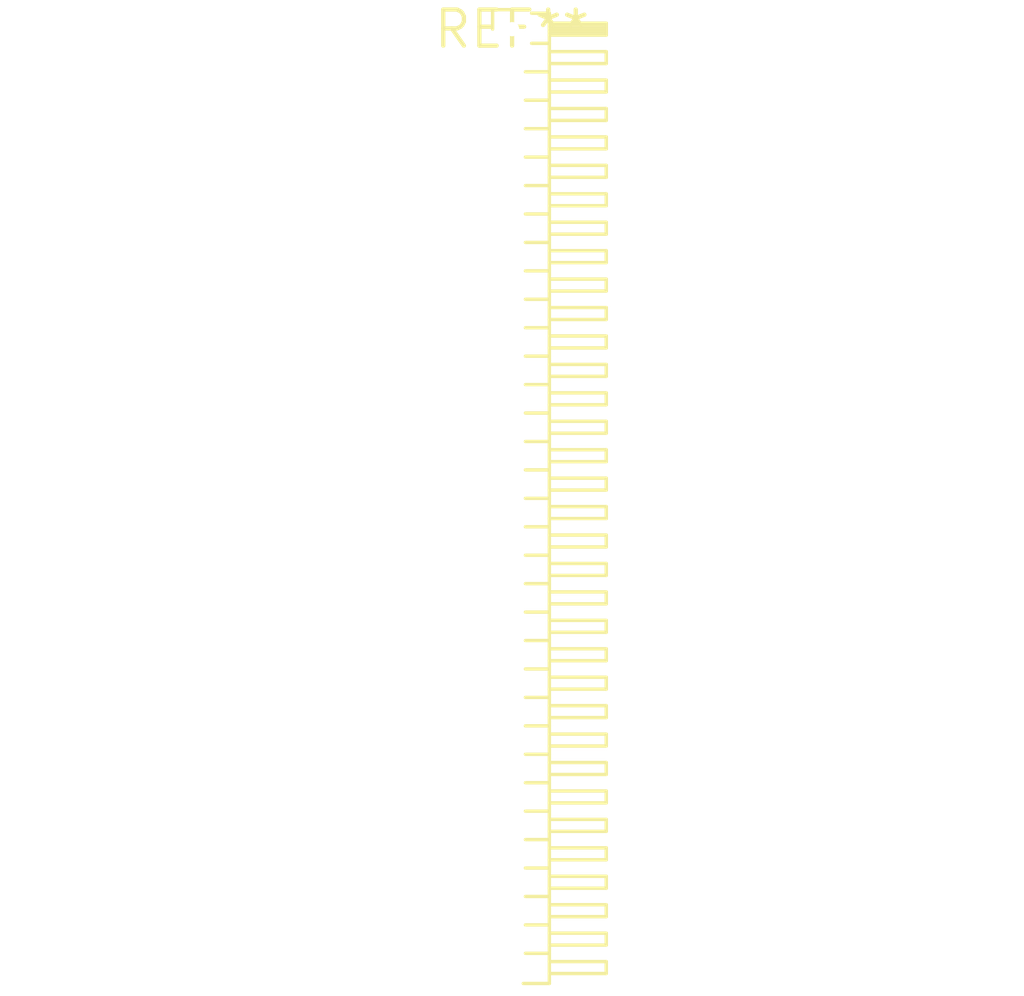
<source format=kicad_pcb>
(kicad_pcb (version 20240108) (generator pcbnew)
  (layers (0 "F.Cu" signal) (31 "B.Cu" signal) (34 "B.Paste" user) (35 "F.Paste" user) (36 "B.SilkS" user "B.Silkscreen") (37 "F.SilkS" user "F.Silkscreen") (38 "B.Mask" user) (39 "F.Mask" user) (44 "Edge.Cuts" user))
  (net 0 "")
  (footprint "PinHeader_1x34_P1.00mm_Horizontal" (layer "F.Cu") (at 0 0)
    (property "Reference" "REF**")
    (property "Value" "PinHeader_1x34_P1.00mm_Horizontal")
    (fp_line (start -0.685 -0.685) (end 0 -0.685) (layer "F.SilkS") (stroke (width 0.12)))
    (fp_line (start -0.685 0) (end -0.685 -0.685) (layer "F.SilkS") (stroke (width 0.12)))
    (fp_line (start 0.468215 1.5) (end 1.31 1.5) (layer "F.SilkS") (stroke (width 0.12)))
    (fp_line (start 0.468215 2.5) (end 1.31 2.5) (layer "F.SilkS") (stroke (width 0.12)))
    (fp_line (start 0.468215 3.5) (end 1.31 3.5) (layer "F.SilkS") (stroke (width 0.12)))
    (fp_line (start 0.468215 4.5) (end 1.31 4.5) (layer "F.SilkS") (stroke (width 0.12)))
    (fp_line (start 0.468215 5.5) (end 1.31 5.5) (layer "F.SilkS") (stroke (width 0.12)))
    (fp_line (start 0.468215 6.5) (end 1.31 6.5) (layer "F.SilkS") (stroke (width 0.12)))
    (fp_line (start 0.468215 7.5) (end 1.31 7.5) (layer "F.SilkS") (stroke (width 0.12)))
    (fp_line (start 0.468215 8.5) (end 1.31 8.5) (layer "F.SilkS") (stroke (width 0.12)))
    (fp_line (start 0.468215 9.5) (end 1.31 9.5) (layer "F.SilkS") (stroke (width 0.12)))
    (fp_line (start 0.468215 10.5) (end 1.31 10.5) (layer "F.SilkS") (stroke (width 0.12)))
    (fp_line (start 0.468215 11.5) (end 1.31 11.5) (layer "F.SilkS") (stroke (width 0.12)))
    (fp_line (start 0.468215 12.5) (end 1.31 12.5) (layer "F.SilkS") (stroke (width 0.12)))
    (fp_line (start 0.468215 13.5) (end 1.31 13.5) (layer "F.SilkS") (stroke (width 0.12)))
    (fp_line (start 0.468215 14.5) (end 1.31 14.5) (layer "F.SilkS") (stroke (width 0.12)))
    (fp_line (start 0.468215 15.5) (end 1.31 15.5) (layer "F.SilkS") (stroke (width 0.12)))
    (fp_line (start 0.468215 16.5) (end 1.31 16.5) (layer "F.SilkS") (stroke (width 0.12)))
    (fp_line (start 0.468215 17.5) (end 1.31 17.5) (layer "F.SilkS") (stroke (width 0.12)))
    (fp_line (start 0.468215 18.5) (end 1.31 18.5) (layer "F.SilkS") (stroke (width 0.12)))
    (fp_line (start 0.468215 19.5) (end 1.31 19.5) (layer "F.SilkS") (stroke (width 0.12)))
    (fp_line (start 0.468215 20.5) (end 1.31 20.5) (layer "F.SilkS") (stroke (width 0.12)))
    (fp_line (start 0.468215 21.5) (end 1.31 21.5) (layer "F.SilkS") (stroke (width 0.12)))
    (fp_line (start 0.468215 22.5) (end 1.31 22.5) (layer "F.SilkS") (stroke (width 0.12)))
    (fp_line (start 0.468215 23.5) (end 1.31 23.5) (layer "F.SilkS") (stroke (width 0.12)))
    (fp_line (start 0.468215 24.5) (end 1.31 24.5) (layer "F.SilkS") (stroke (width 0.12)))
    (fp_line (start 0.468215 25.5) (end 1.31 25.5) (layer "F.SilkS") (stroke (width 0.12)))
    (fp_line (start 0.468215 26.5) (end 1.31 26.5) (layer "F.SilkS") (stroke (width 0.12)))
    (fp_line (start 0.468215 27.5) (end 1.31 27.5) (layer "F.SilkS") (stroke (width 0.12)))
    (fp_line (start 0.468215 28.5) (end 1.31 28.5) (layer "F.SilkS") (stroke (width 0.12)))
    (fp_line (start 0.468215 29.5) (end 1.31 29.5) (layer "F.SilkS") (stroke (width 0.12)))
    (fp_line (start 0.468215 30.5) (end 1.31 30.5) (layer "F.SilkS") (stroke (width 0.12)))
    (fp_line (start 0.468215 31.5) (end 1.31 31.5) (layer "F.SilkS") (stroke (width 0.12)))
    (fp_line (start 0.468215 32.5) (end 1.31 32.5) (layer "F.SilkS") (stroke (width 0.12)))
    (fp_line (start 0.685 -0.56) (end 1.31 -0.56) (layer "F.SilkS") (stroke (width 0.12)))
    (fp_line (start 0.685 0.5) (end 1.31 0.5) (layer "F.SilkS") (stroke (width 0.12)))
    (fp_line (start 1.31 -0.56) (end 1.31 33.56) (layer "F.SilkS") (stroke (width 0.12)))
    (fp_line (start 1.31 -0.21) (end 3.31 -0.21) (layer "F.SilkS") (stroke (width 0.12)))
    (fp_line (start 1.31 -0.15) (end 3.31 -0.15) (layer "F.SilkS") (stroke (width 0.12)))
    (fp_line (start 1.31 -0.03) (end 3.31 -0.03) (layer "F.SilkS") (stroke (width 0.12)))
    (fp_line (start 1.31 0.09) (end 3.31 0.09) (layer "F.SilkS") (stroke (width 0.12)))
    (fp_line (start 1.31 0.79) (end 3.31 0.79) (layer "F.SilkS") (stroke (width 0.12)))
    (fp_line (start 1.31 1.79) (end 3.31 1.79) (layer "F.SilkS") (stroke (width 0.12)))
    (fp_line (start 1.31 2.79) (end 3.31 2.79) (layer "F.SilkS") (stroke (width 0.12)))
    (fp_line (start 1.31 3.79) (end 3.31 3.79) (layer "F.SilkS") (stroke (width 0.12)))
    (fp_line (start 1.31 4.79) (end 3.31 4.79) (layer "F.SilkS") (stroke (width 0.12)))
    (fp_line (start 1.31 5.79) (end 3.31 5.79) (layer "F.SilkS") (stroke (width 0.12)))
    (fp_line (start 1.31 6.79) (end 3.31 6.79) (layer "F.SilkS") (stroke (width 0.12)))
    (fp_line (start 1.31 7.79) (end 3.31 7.79) (layer "F.SilkS") (stroke (width 0.12)))
    (fp_line (start 1.31 8.79) (end 3.31 8.79) (layer "F.SilkS") (stroke (width 0.12)))
    (fp_line (start 1.31 9.79) (end 3.31 9.79) (layer "F.SilkS") (stroke (width 0.12)))
    (fp_line (start 1.31 10.79) (end 3.31 10.79) (layer "F.SilkS") (stroke (width 0.12)))
    (fp_line (start 1.31 11.79) (end 3.31 11.79) (layer "F.SilkS") (stroke (width 0.12)))
    (fp_line (start 1.31 12.79) (end 3.31 12.79) (layer "F.SilkS") (stroke (width 0.12)))
    (fp_line (start 1.31 13.79) (end 3.31 13.79) (layer "F.SilkS") (stroke (width 0.12)))
    (fp_line (start 1.31 14.79) (end 3.31 14.79) (layer "F.SilkS") (stroke (width 0.12)))
    (fp_line (start 1.31 15.79) (end 3.31 15.79) (layer "F.SilkS") (stroke (width 0.12)))
    (fp_line (start 1.31 16.79) (end 3.31 16.79) (layer "F.SilkS") (stroke (width 0.12)))
    (fp_line (start 1.31 17.79) (end 3.31 17.79) (layer "F.SilkS") (stroke (width 0.12)))
    (fp_line (start 1.31 18.79) (end 3.31 18.79) (layer "F.SilkS") (stroke (width 0.12)))
    (fp_line (start 1.31 19.79) (end 3.31 19.79) (layer "F.SilkS") (stroke (width 0.12)))
    (fp_line (start 1.31 20.79) (end 3.31 20.79) (layer "F.SilkS") (stroke (width 0.12)))
    (fp_line (start 1.31 21.79) (end 3.31 21.79) (layer "F.SilkS") (stroke (width 0.12)))
    (fp_line (start 1.31 22.79) (end 3.31 22.79) (layer "F.SilkS") (stroke (width 0.12)))
    (fp_line (start 1.31 23.79) (end 3.31 23.79) (layer "F.SilkS") (stroke (width 0.12)))
    (fp_line (start 1.31 24.79) (end 3.31 24.79) (layer "F.SilkS") (stroke (width 0.12)))
    (fp_line (start 1.31 25.79) (end 3.31 25.79) (layer "F.SilkS") (stroke (width 0.12)))
    (fp_line (start 1.31 26.79) (end 3.31 26.79) (layer "F.SilkS") (stroke (width 0.12)))
    (fp_line (start 1.31 27.79) (end 3.31 27.79) (layer "F.SilkS") (stroke (width 0.12)))
    (fp_line (start 1.31 28.79) (end 3.31 28.79) (layer "F.SilkS") (stroke (width 0.12)))
    (fp_line (start 1.31 29.79) (end 3.31 29.79) (layer "F.SilkS") (stroke (width 0.12)))
    (fp_line (start 1.31 30.79) (end 3.31 30.79) (layer "F.SilkS") (stroke (width 0.12)))
    (fp_line (start 1.31 31.79) (end 3.31 31.79) (layer "F.SilkS") (stroke (width 0.12)))
    (fp_line (start 1.31 32.79) (end 3.31 32.79) (layer "F.SilkS") (stroke (width 0.12)))
    (fp_line (start 1.31 33.56) (end 0.394493 33.56) (layer "F.SilkS") (stroke (width 0.12)))
    (fp_line (start 3.31 -0.21) (end 3.31 0.21) (layer "F.SilkS") (stroke (width 0.12)))
    (fp_line (start 3.31 0.21) (end 1.31 0.21) (layer "F.SilkS") (stroke (width 0.12)))
    (fp_line (start 3.31 0.79) (end 3.31 1.21) (layer "F.SilkS") (stroke (width 0.12)))
    (fp_line (start 3.31 1.21) (end 1.31 1.21) (layer "F.SilkS") (stroke (width 0.12)))
    (fp_line (start 3.31 1.79) (end 3.31 2.21) (layer "F.SilkS") (stroke (width 0.12)))
    (fp_line (start 3.31 2.21) (end 1.31 2.21) (layer "F.SilkS") (stroke (width 0.12)))
    (fp_line (start 3.31 2.79) (end 3.31 3.21) (layer "F.SilkS") (stroke (width 0.12)))
    (fp_line (start 3.31 3.21) (end 1.31 3.21) (layer "F.SilkS") (stroke (width 0.12)))
    (fp_line (start 3.31 3.79) (end 3.31 4.21) (layer "F.SilkS") (stroke (width 0.12)))
    (fp_line (start 3.31 4.21) (end 1.31 4.21) (layer "F.SilkS") (stroke (width 0.12)))
    (fp_line (start 3.31 4.79) (end 3.31 5.21) (layer "F.SilkS") (stroke (width 0.12)))
    (fp_line (start 3.31 5.21) (end 1.31 5.21) (layer "F.SilkS") (stroke (width 0.12)))
    (fp_line (start 3.31 5.79) (end 3.31 6.21) (layer "F.SilkS") (stroke (width 0.12)))
    (fp_line (start 3.31 6.21) (end 1.31 6.21) (layer "F.SilkS") (stroke (width 0.12)))
    (fp_line (start 3.31 6.79) (end 3.31 7.21) (layer "F.SilkS") (stroke (width 0.12)))
    (fp_line (start 3.31 7.21) (end 1.31 7.21) (layer "F.SilkS") (stroke (width 0.12)))
    (fp_line (start 3.31 7.79) (end 3.31 8.21) (layer "F.SilkS") (stroke (width 0.12)))
    (fp_line (start 3.31 8.21) (end 1.31 8.21) (layer "F.SilkS") (stroke (width 0.12)))
    (fp_line (start 3.31 8.79) (end 3.31 9.21) (layer "F.SilkS") (stroke (width 0.12)))
    (fp_line (start 3.31 9.21) (end 1.31 9.21) (layer "F.SilkS") (stroke (width 0.12)))
    (fp_line (start 3.31 9.79) (end 3.31 10.21) (layer "F.SilkS") (stroke (width 0.12)))
    (fp_line (start 3.31 10.21) (end 1.31 10.21) (layer "F.SilkS") (stroke (width 0.12)))
    (fp_line (start 3.31 10.79) (end 3.31 11.21) (layer "F.SilkS") (stroke (width 0.12)))
    (fp_line (start 3.31 11.21) (end 1.31 11.21) (layer "F.SilkS") (stroke (width 0.12)))
    (fp_line (start 3.31 11.79) (end 3.31 12.21) (layer "F.SilkS") (stroke (width 0.12)))
    (fp_line (start 3.31 12.21) (end 1.31 12.21) (layer "F.SilkS") (stroke (width 0.12)))
    (fp_line (start 3.31 12.79) (end 3.31 13.21) (layer "F.SilkS") (stroke (width 0.12)))
    (fp_line (start 3.31 13.21) (end 1.31 13.21) (layer "F.SilkS") (stroke (width 0.12)))
    (fp_line (start 3.31 13.79) (end 3.31 14.21) (layer "F.SilkS") (stroke (width 0.12)))
    (fp_line (start 3.31 14.21) (end 1.31 14.21) (layer "F.SilkS") (stroke (width 0.12)))
    (fp_line (start 3.31 14.79) (end 3.31 15.21) (layer "F.SilkS") (stroke (width 0.12)))
    (fp_line (start 3.31 15.21) (end 1.31 15.21) (layer "F.SilkS") (stroke (width 0.12)))
    (fp_line (start 3.31 15.79) (end 3.31 16.21) (layer "F.SilkS") (stroke (width 0.12)))
    (fp_line (start 3.31 16.21) (end 1.31 16.21) (layer "F.SilkS") (stroke (width 0.12)))
    (fp_line (start 3.31 16.79) (end 3.31 17.21) (layer "F.SilkS") (stroke (width 0.12)))
    (fp_line (start 3.31 17.21) (end 1.31 17.21) (layer "F.SilkS") (stroke (width 0.12)))
    (fp_line (start 3.31 17.79) (end 3.31 18.21) (layer "F.SilkS") (stroke (width 0.12)))
    (fp_line (start 3.31 18.21) (end 1.31 18.21) (layer "F.SilkS") (stroke (width 0.12)))
    (fp_line (start 3.31 18.79) (end 3.31 19.21) (layer "F.SilkS") (stroke (width 0.12)))
    (fp_line (start 3.31 19.21) (end 1.31 19.21) (layer "F.SilkS") (stroke (width 0.12)))
    (fp_line (start 3.31 19.79) (end 3.31 20.21) (layer "F.SilkS") (stroke (width 0.12)))
    (fp_line (start 3.31 20.21) (end 1.31 20.21) (layer "F.SilkS") (stroke (width 0.12)))
    (fp_line (start 3.31 20.79) (end 3.31 21.21) (layer "F.SilkS") (stroke (width 0.12)))
    (fp_line (start 3.31 21.21) (end 1.31 21.21) (layer "F.SilkS") (stroke (width 0.12)))
    (fp_line (start 3.31 21.79) (end 3.31 22.21) (layer "F.SilkS") (stroke (width 0.12)))
    (fp_line (start 3.31 22.21) (end 1.31 22.21) (layer "F.SilkS") (stroke (width 0.12)))
    (fp_line (start 3.31 22.79) (end 3.31 23.21) (layer "F.SilkS") (stroke (width 0.12)))
    (fp_line (start 3.31 23.21) (end 1.31 23.21) (layer "F.SilkS") (stroke (width 0.12)))
    (fp_line (start 3.31 23.79) (end 3.31 24.21) (layer "F.SilkS") (stroke (width 0.12)))
    (fp_line (start 3.31 24.21) (end 1.31 24.21) (layer "F.SilkS") (stroke (width 0.12)))
    (fp_line (start 3.31 24.79) (end 3.31 25.21) (layer "F.SilkS") (stroke (width 0.12)))
    (fp_line (start 3.31 25.21) (end 1.31 25.21) (layer "F.SilkS") (stroke (width 0.12)))
    (fp_line (start 3.31 25.79) (end 3.31 26.21) (layer "F.SilkS") (stroke (width 0.12)))
    (fp_line (start 3.31 26.21) (end 1.31 26.21) (layer "F.SilkS") (stroke (width 0.12)))
    (fp_line (start 3.31 26.79) (end 3.31 27.21) (layer "F.SilkS") (stroke (width 0.12)))
    (fp_line (start 3.31 27.21) (end 1.31 27.21) (layer "F.SilkS") (stroke (width 0.12)))
    (fp_line (start 3.31 27.79) (end 3.31 28.21) (layer "F.SilkS") (stroke (width 0.12)))
    (fp_line (start 3.31 28.21) (end 1.31 28.21) (layer "F.SilkS") (stroke (width 0.12)))
    (fp_line (start 3.31 28.79) (end 3.31 29.21) (layer "F.SilkS") (stroke (width 0.12)))
    (fp_line (start 3.31 29.21) (end 1.31 29.21) (layer "F.SilkS") (stroke (width 0.12)))
    (fp_line (start 3.31 29.79) (end 3.31 30.21) (layer "F.SilkS") (stroke (width 0.12)))
    (fp_line (start 3.31 30.21) (end 1.31 30.21) (layer "F.SilkS") (stroke (width 0.12)))
    (fp_line (start 3.31 30.79) (end 3.31 31.21) (layer "F.SilkS") (stroke (width 0.12)))
    (fp_line (start 3.31 31.21) (end 1.31 31.21) (layer "F.SilkS") (stroke (width 0.12)))
    (fp_line (start 3.31 31.79) (end 3.31 32.21) (layer "F.SilkS") (stroke (width 0.12)))
    (fp_line (start 3.31 32.21) (end 1.31 32.21) (layer "F.SilkS") (stroke (width 0.12)))
    (fp_line (start 3.31 32.79) (end 3.31 33.21) (layer "F.SilkS") (stroke (width 0.12)))
    (fp_line (start 3.31 33.21) (end 1.31 33.21) (layer "F.SilkS") (stroke (width 0.12)))
    (pad "1" thru_hole rect (at 0 0) (size 0.85 0.85) (drill 0.5) (layers *.Cu *.Mask) (remove_unused_layers))
    (pad "2" thru_hole oval (at 0 1) (size 0.85 0.85) (drill 0.5) (layers *.Cu *.Mask) (remove_unused_layers))
    (pad "3" thru_hole oval (at 0 2) (size 0.85 0.85) (drill 0.5) (layers *.Cu *.Mask) (remove_unused_layers))
    (pad "4" thru_hole oval (at 0 3) (size 0.85 0.85) (drill 0.5) (layers *.Cu *.Mask) (remove_unused_layers))
    (pad "5" thru_hole oval (at 0 4) (size 0.85 0.85) (drill 0.5) (layers *.Cu *.Mask) (remove_unused_layers))
    (pad "6" thru_hole oval (at 0 5) (size 0.85 0.85) (drill 0.5) (layers *.Cu *.Mask) (remove_unused_layers))
    (pad "7" thru_hole oval (at 0 6) (size 0.85 0.85) (drill 0.5) (layers *.Cu *.Mask) (remove_unused_layers))
    (pad "8" thru_hole oval (at 0 7) (size 0.85 0.85) (drill 0.5) (layers *.Cu *.Mask) (remove_unused_layers))
    (pad "9" thru_hole oval (at 0 8) (size 0.85 0.85) (drill 0.5) (layers *.Cu *.Mask) (remove_unused_layers))
    (pad "10" thru_hole oval (at 0 9) (size 0.85 0.85) (drill 0.5) (layers *.Cu *.Mask) (remove_unused_layers))
    (pad "11" thru_hole oval (at 0 10) (size 0.85 0.85) (drill 0.5) (layers *.Cu *.Mask) (remove_unused_layers))
    (pad "12" thru_hole oval (at 0 11) (size 0.85 0.85) (drill 0.5) (layers *.Cu *.Mask) (remove_unused_layers))
    (pad "13" thru_hole oval (at 0 12) (size 0.85 0.85) (drill 0.5) (layers *.Cu *.Mask) (remove_unused_layers))
    (pad "14" thru_hole oval (at 0 13) (size 0.85 0.85) (drill 0.5) (layers *.Cu *.Mask) (remove_unused_layers))
    (pad "15" thru_hole oval (at 0 14) (size 0.85 0.85) (drill 0.5) (layers *.Cu *.Mask) (remove_unused_layers))
    (pad "16" thru_hole oval (at 0 15) (size 0.85 0.85) (drill 0.5) (layers *.Cu *.Mask) (remove_unused_layers))
    (pad "17" thru_hole oval (at 0 16) (size 0.85 0.85) (drill 0.5) (layers *.Cu *.Mask) (remove_unused_layers))
    (pad "18" thru_hole oval (at 0 17) (size 0.85 0.85) (drill 0.5) (layers *.Cu *.Mask) (remove_unused_layers))
    (pad "19" thru_hole oval (at 0 18) (size 0.85 0.85) (drill 0.5) (layers *.Cu *.Mask) (remove_unused_layers))
    (pad "20" thru_hole oval (at 0 19) (size 0.85 0.85) (drill 0.5) (layers *.Cu *.Mask) (remove_unused_layers))
    (pad "21" thru_hole oval (at 0 20) (size 0.85 0.85) (drill 0.5) (layers *.Cu *.Mask) (remove_unused_layers))
    (pad "22" thru_hole oval (at 0 21) (size 0.85 0.85) (drill 0.5) (layers *.Cu *.Mask) (remove_unused_layers))
    (pad "23" thru_hole oval (at 0 22) (size 0.85 0.85) (drill 0.5) (layers *.Cu *.Mask) (remove_unused_layers))
    (pad "24" thru_hole oval (at 0 23) (size 0.85 0.85) (drill 0.5) (layers *.Cu *.Mask) (remove_unused_layers))
    (pad "25" thru_hole oval (at 0 24) (size 0.85 0.85) (drill 0.5) (layers *.Cu *.Mask) (remove_unused_layers))
    (pad "26" thru_hole oval (at 0 25) (size 0.85 0.85) (drill 0.5) (layers *.Cu *.Mask) (remove_unused_layers))
    (pad "27" thru_hole oval (at 0 26) (size 0.85 0.85) (drill 0.5) (layers *.Cu *.Mask) (remove_unused_layers))
    (pad "28" thru_hole oval (at 0 27) (size 0.85 0.85) (drill 0.5) (layers *.Cu *.Mask) (remove_unused_layers))
    (pad "29" thru_hole oval (at 0 28) (size 0.85 0.85) (drill 0.5) (layers *.Cu *.Mask) (remove_unused_layers))
    (pad "30" thru_hole oval (at 0 29) (size 0.85 0.85) (drill 0.5) (layers *.Cu *.Mask) (remove_unused_layers))
    (pad "31" thru_hole oval (at 0 30) (size 0.85 0.85) (drill 0.5) (layers *.Cu *.Mask) (remove_unused_layers))
    (pad "32" thru_hole oval (at 0 31) (size 0.85 0.85) (drill 0.5) (layers *.Cu *.Mask) (remove_unused_layers))
    (pad "33" thru_hole oval (at 0 32) (size 0.85 0.85) (drill 0.5) (layers *.Cu *.Mask) (remove_unused_layers))
    (pad "34" thru_hole oval (at 0 33) (size 0.85 0.85) (drill 0.5) (layers *.Cu *.Mask) (remove_unused_layers))
  )
)
</source>
